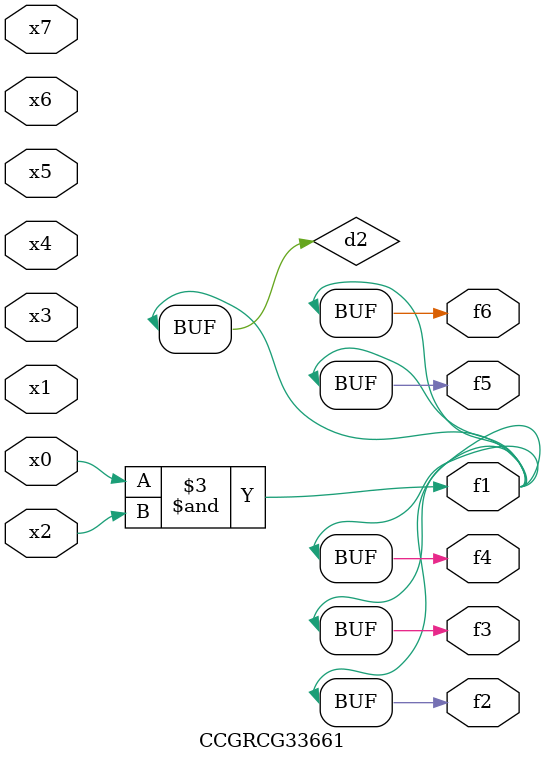
<source format=v>
module CCGRCG33661(
	input x0, x1, x2, x3, x4, x5, x6, x7,
	output f1, f2, f3, f4, f5, f6
);

	wire d1, d2;

	nor (d1, x3, x6);
	and (d2, x0, x2);
	assign f1 = d2;
	assign f2 = d2;
	assign f3 = d2;
	assign f4 = d2;
	assign f5 = d2;
	assign f6 = d2;
endmodule

</source>
